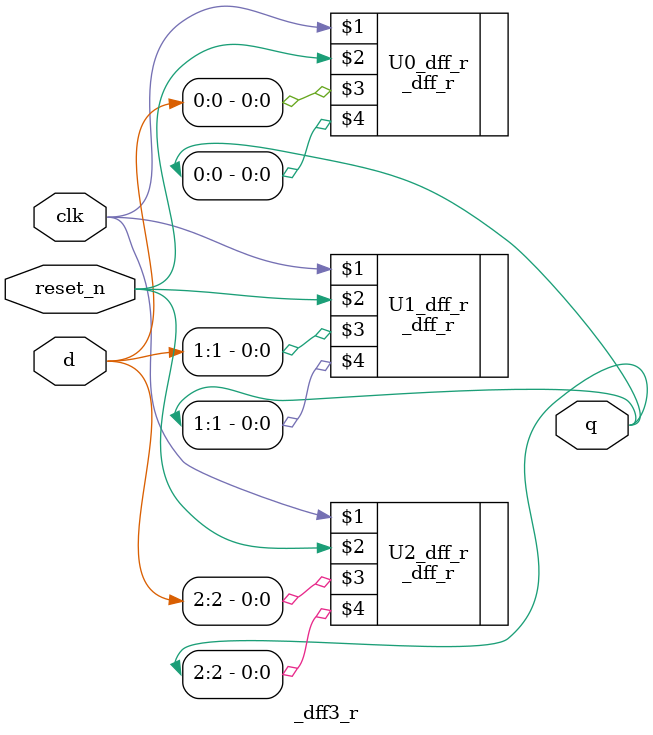
<source format=v>
module _dff3_r(clk, reset_n, d, q);//Resettable D 3bit register
	input clk, reset_n;
	input [2:0] d;
	output [2:0] q;//output q
	
_dff_r U0_dff_r(clk, reset_n, d[0], q[0]);
_dff_r U1_dff_r(clk, reset_n, d[1], q[1]);
_dff_r U2_dff_r(clk, reset_n, d[2], q[2]);

endmodule//endmodule
</source>
